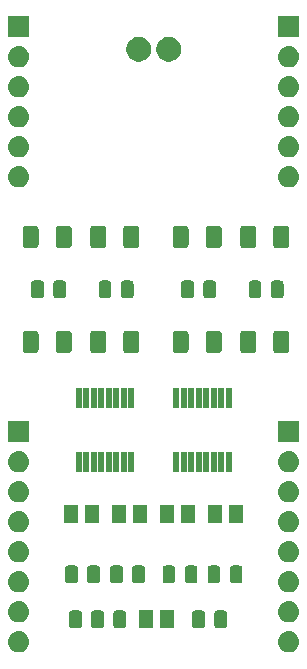
<source format=gbr>
G04 #@! TF.GenerationSoftware,KiCad,Pcbnew,(5.1.2)-2*
G04 #@! TF.CreationDate,2019-12-14T19:53:28+01:00*
G04 #@! TF.ProjectId,IS1212_click,49533132-3132-45f6-936c-69636b2e6b69,rev?*
G04 #@! TF.SameCoordinates,Original*
G04 #@! TF.FileFunction,Soldermask,Top*
G04 #@! TF.FilePolarity,Negative*
%FSLAX46Y46*%
G04 Gerber Fmt 4.6, Leading zero omitted, Abs format (unit mm)*
G04 Created by KiCad (PCBNEW (5.1.2)-2) date 2019-12-14 19:53:28*
%MOMM*%
%LPD*%
G04 APERTURE LIST*
%ADD10C,0.100000*%
G04 APERTURE END LIST*
D10*
G36*
X87806588Y-147702234D02*
G01*
X87806591Y-147702235D01*
X87976388Y-147753742D01*
X88132878Y-147837388D01*
X88270043Y-147949957D01*
X88382612Y-148087122D01*
X88466258Y-148243612D01*
X88511875Y-148393992D01*
X88517766Y-148413412D01*
X88535158Y-148590000D01*
X88517766Y-148766588D01*
X88517765Y-148766591D01*
X88466258Y-148936388D01*
X88382612Y-149092878D01*
X88270043Y-149230043D01*
X88132878Y-149342612D01*
X87976388Y-149426258D01*
X87826008Y-149471875D01*
X87806588Y-149477766D01*
X87674249Y-149490800D01*
X87585751Y-149490800D01*
X87453412Y-149477766D01*
X87433992Y-149471875D01*
X87283612Y-149426258D01*
X87127122Y-149342612D01*
X86989957Y-149230043D01*
X86877388Y-149092878D01*
X86793742Y-148936388D01*
X86742235Y-148766591D01*
X86742234Y-148766588D01*
X86724842Y-148590000D01*
X86742234Y-148413412D01*
X86748125Y-148393992D01*
X86793742Y-148243612D01*
X86877388Y-148087122D01*
X86989957Y-147949957D01*
X87127122Y-147837388D01*
X87283612Y-147753742D01*
X87453409Y-147702235D01*
X87453412Y-147702234D01*
X87585751Y-147689200D01*
X87674249Y-147689200D01*
X87806588Y-147702234D01*
X87806588Y-147702234D01*
G37*
G36*
X64946588Y-147702234D02*
G01*
X64946591Y-147702235D01*
X65116388Y-147753742D01*
X65272878Y-147837388D01*
X65410043Y-147949957D01*
X65522612Y-148087122D01*
X65606258Y-148243612D01*
X65651875Y-148393992D01*
X65657766Y-148413412D01*
X65675158Y-148590000D01*
X65657766Y-148766588D01*
X65657765Y-148766591D01*
X65606258Y-148936388D01*
X65522612Y-149092878D01*
X65410043Y-149230043D01*
X65272878Y-149342612D01*
X65116388Y-149426258D01*
X64966008Y-149471875D01*
X64946588Y-149477766D01*
X64814249Y-149490800D01*
X64725751Y-149490800D01*
X64593412Y-149477766D01*
X64573992Y-149471875D01*
X64423612Y-149426258D01*
X64267122Y-149342612D01*
X64129957Y-149230043D01*
X64017388Y-149092878D01*
X63933742Y-148936388D01*
X63882235Y-148766591D01*
X63882234Y-148766588D01*
X63864842Y-148590000D01*
X63882234Y-148413412D01*
X63888125Y-148393992D01*
X63933742Y-148243612D01*
X64017388Y-148087122D01*
X64129957Y-147949957D01*
X64267122Y-147837388D01*
X64423612Y-147753742D01*
X64593409Y-147702235D01*
X64593412Y-147702234D01*
X64725751Y-147689200D01*
X64814249Y-147689200D01*
X64946588Y-147702234D01*
X64946588Y-147702234D01*
G37*
G36*
X76165800Y-147435800D02*
G01*
X74964200Y-147435800D01*
X74964200Y-145934200D01*
X76165800Y-145934200D01*
X76165800Y-147435800D01*
X76165800Y-147435800D01*
G37*
G36*
X77915800Y-147435800D02*
G01*
X76714200Y-147435800D01*
X76714200Y-145934200D01*
X77915800Y-145934200D01*
X77915800Y-147435800D01*
X77915800Y-147435800D01*
G37*
G36*
X82216860Y-145939249D02*
G01*
X82264941Y-145953833D01*
X82309257Y-145977521D01*
X82348100Y-146009400D01*
X82379979Y-146048243D01*
X82403667Y-146092559D01*
X82418251Y-146140640D01*
X82423300Y-146191901D01*
X82423300Y-147178099D01*
X82418251Y-147229360D01*
X82403667Y-147277441D01*
X82379979Y-147321757D01*
X82348100Y-147360600D01*
X82309257Y-147392479D01*
X82264941Y-147416167D01*
X82216860Y-147430751D01*
X82165599Y-147435800D01*
X81604401Y-147435800D01*
X81553140Y-147430751D01*
X81505059Y-147416167D01*
X81460743Y-147392479D01*
X81421900Y-147360600D01*
X81390021Y-147321757D01*
X81366333Y-147277441D01*
X81351749Y-147229360D01*
X81346700Y-147178099D01*
X81346700Y-146191901D01*
X81351749Y-146140640D01*
X81366333Y-146092559D01*
X81390021Y-146048243D01*
X81421900Y-146009400D01*
X81460743Y-145977521D01*
X81505059Y-145953833D01*
X81553140Y-145939249D01*
X81604401Y-145934200D01*
X82165599Y-145934200D01*
X82216860Y-145939249D01*
X82216860Y-145939249D01*
G37*
G36*
X80341860Y-145939249D02*
G01*
X80389941Y-145953833D01*
X80434257Y-145977521D01*
X80473100Y-146009400D01*
X80504979Y-146048243D01*
X80528667Y-146092559D01*
X80543251Y-146140640D01*
X80548300Y-146191901D01*
X80548300Y-147178099D01*
X80543251Y-147229360D01*
X80528667Y-147277441D01*
X80504979Y-147321757D01*
X80473100Y-147360600D01*
X80434257Y-147392479D01*
X80389941Y-147416167D01*
X80341860Y-147430751D01*
X80290599Y-147435800D01*
X79729401Y-147435800D01*
X79678140Y-147430751D01*
X79630059Y-147416167D01*
X79585743Y-147392479D01*
X79546900Y-147360600D01*
X79515021Y-147321757D01*
X79491333Y-147277441D01*
X79476749Y-147229360D01*
X79471700Y-147178099D01*
X79471700Y-146191901D01*
X79476749Y-146140640D01*
X79491333Y-146092559D01*
X79515021Y-146048243D01*
X79546900Y-146009400D01*
X79585743Y-145977521D01*
X79630059Y-145953833D01*
X79678140Y-145939249D01*
X79729401Y-145934200D01*
X80290599Y-145934200D01*
X80341860Y-145939249D01*
X80341860Y-145939249D01*
G37*
G36*
X73659360Y-145939249D02*
G01*
X73707441Y-145953833D01*
X73751757Y-145977521D01*
X73790600Y-146009400D01*
X73822479Y-146048243D01*
X73846167Y-146092559D01*
X73860751Y-146140640D01*
X73865800Y-146191901D01*
X73865800Y-147178099D01*
X73860751Y-147229360D01*
X73846167Y-147277441D01*
X73822479Y-147321757D01*
X73790600Y-147360600D01*
X73751757Y-147392479D01*
X73707441Y-147416167D01*
X73659360Y-147430751D01*
X73608099Y-147435800D01*
X73046901Y-147435800D01*
X72995640Y-147430751D01*
X72947559Y-147416167D01*
X72903243Y-147392479D01*
X72864400Y-147360600D01*
X72832521Y-147321757D01*
X72808833Y-147277441D01*
X72794249Y-147229360D01*
X72789200Y-147178099D01*
X72789200Y-146191901D01*
X72794249Y-146140640D01*
X72808833Y-146092559D01*
X72832521Y-146048243D01*
X72864400Y-146009400D01*
X72903243Y-145977521D01*
X72947559Y-145953833D01*
X72995640Y-145939249D01*
X73046901Y-145934200D01*
X73608099Y-145934200D01*
X73659360Y-145939249D01*
X73659360Y-145939249D01*
G37*
G36*
X69917460Y-145939249D02*
G01*
X69965541Y-145953833D01*
X70009857Y-145977521D01*
X70048700Y-146009400D01*
X70080579Y-146048243D01*
X70104267Y-146092559D01*
X70118851Y-146140640D01*
X70123900Y-146191901D01*
X70123900Y-147178099D01*
X70118851Y-147229360D01*
X70104267Y-147277441D01*
X70080579Y-147321757D01*
X70048700Y-147360600D01*
X70009857Y-147392479D01*
X69965541Y-147416167D01*
X69917460Y-147430751D01*
X69866199Y-147435800D01*
X69305001Y-147435800D01*
X69253740Y-147430751D01*
X69205659Y-147416167D01*
X69161343Y-147392479D01*
X69122500Y-147360600D01*
X69090621Y-147321757D01*
X69066933Y-147277441D01*
X69052349Y-147229360D01*
X69047300Y-147178099D01*
X69047300Y-146191901D01*
X69052349Y-146140640D01*
X69066933Y-146092559D01*
X69090621Y-146048243D01*
X69122500Y-146009400D01*
X69161343Y-145977521D01*
X69205659Y-145953833D01*
X69253740Y-145939249D01*
X69305001Y-145934200D01*
X69866199Y-145934200D01*
X69917460Y-145939249D01*
X69917460Y-145939249D01*
G37*
G36*
X71784360Y-145939249D02*
G01*
X71832441Y-145953833D01*
X71876757Y-145977521D01*
X71915600Y-146009400D01*
X71947479Y-146048243D01*
X71971167Y-146092559D01*
X71985751Y-146140640D01*
X71990800Y-146191901D01*
X71990800Y-147178099D01*
X71985751Y-147229360D01*
X71971167Y-147277441D01*
X71947479Y-147321757D01*
X71915600Y-147360600D01*
X71876757Y-147392479D01*
X71832441Y-147416167D01*
X71784360Y-147430751D01*
X71733099Y-147435800D01*
X71171901Y-147435800D01*
X71120640Y-147430751D01*
X71072559Y-147416167D01*
X71028243Y-147392479D01*
X70989400Y-147360600D01*
X70957521Y-147321757D01*
X70933833Y-147277441D01*
X70919249Y-147229360D01*
X70914200Y-147178099D01*
X70914200Y-146191901D01*
X70919249Y-146140640D01*
X70933833Y-146092559D01*
X70957521Y-146048243D01*
X70989400Y-146009400D01*
X71028243Y-145977521D01*
X71072559Y-145953833D01*
X71120640Y-145939249D01*
X71171901Y-145934200D01*
X71733099Y-145934200D01*
X71784360Y-145939249D01*
X71784360Y-145939249D01*
G37*
G36*
X87806588Y-145162234D02*
G01*
X87806591Y-145162235D01*
X87976388Y-145213742D01*
X88132878Y-145297388D01*
X88270043Y-145409957D01*
X88382612Y-145547122D01*
X88466258Y-145703612D01*
X88511875Y-145853992D01*
X88517766Y-145873412D01*
X88535158Y-146050000D01*
X88517766Y-146226588D01*
X88517765Y-146226591D01*
X88466258Y-146396388D01*
X88382612Y-146552878D01*
X88270043Y-146690043D01*
X88132878Y-146802612D01*
X87976388Y-146886258D01*
X87826008Y-146931875D01*
X87806588Y-146937766D01*
X87674249Y-146950800D01*
X87585751Y-146950800D01*
X87453412Y-146937766D01*
X87433992Y-146931875D01*
X87283612Y-146886258D01*
X87127122Y-146802612D01*
X86989957Y-146690043D01*
X86877388Y-146552878D01*
X86793742Y-146396388D01*
X86742235Y-146226591D01*
X86742234Y-146226588D01*
X86724842Y-146050000D01*
X86742234Y-145873412D01*
X86748125Y-145853992D01*
X86793742Y-145703612D01*
X86877388Y-145547122D01*
X86989957Y-145409957D01*
X87127122Y-145297388D01*
X87283612Y-145213742D01*
X87453409Y-145162235D01*
X87453412Y-145162234D01*
X87585751Y-145149200D01*
X87674249Y-145149200D01*
X87806588Y-145162234D01*
X87806588Y-145162234D01*
G37*
G36*
X64946588Y-145162234D02*
G01*
X64946591Y-145162235D01*
X65116388Y-145213742D01*
X65272878Y-145297388D01*
X65410043Y-145409957D01*
X65522612Y-145547122D01*
X65606258Y-145703612D01*
X65651875Y-145853992D01*
X65657766Y-145873412D01*
X65675158Y-146050000D01*
X65657766Y-146226588D01*
X65657765Y-146226591D01*
X65606258Y-146396388D01*
X65522612Y-146552878D01*
X65410043Y-146690043D01*
X65272878Y-146802612D01*
X65116388Y-146886258D01*
X64966008Y-146931875D01*
X64946588Y-146937766D01*
X64814249Y-146950800D01*
X64725751Y-146950800D01*
X64593412Y-146937766D01*
X64573992Y-146931875D01*
X64423612Y-146886258D01*
X64267122Y-146802612D01*
X64129957Y-146690043D01*
X64017388Y-146552878D01*
X63933742Y-146396388D01*
X63882235Y-146226591D01*
X63882234Y-146226588D01*
X63864842Y-146050000D01*
X63882234Y-145873412D01*
X63888125Y-145853992D01*
X63933742Y-145703612D01*
X64017388Y-145547122D01*
X64129957Y-145409957D01*
X64267122Y-145297388D01*
X64423612Y-145213742D01*
X64593409Y-145162235D01*
X64593412Y-145162234D01*
X64725751Y-145149200D01*
X64814249Y-145149200D01*
X64946588Y-145162234D01*
X64946588Y-145162234D01*
G37*
G36*
X64946588Y-142622234D02*
G01*
X64946591Y-142622235D01*
X65116388Y-142673742D01*
X65272878Y-142757388D01*
X65410043Y-142869957D01*
X65522612Y-143007122D01*
X65606258Y-143163612D01*
X65651875Y-143313992D01*
X65657766Y-143333412D01*
X65675158Y-143510000D01*
X65657766Y-143686588D01*
X65657765Y-143686591D01*
X65606258Y-143856388D01*
X65522612Y-144012878D01*
X65410043Y-144150043D01*
X65272878Y-144262612D01*
X65116388Y-144346258D01*
X64966008Y-144391875D01*
X64946588Y-144397766D01*
X64814249Y-144410800D01*
X64725751Y-144410800D01*
X64593412Y-144397766D01*
X64573992Y-144391875D01*
X64423612Y-144346258D01*
X64267122Y-144262612D01*
X64129957Y-144150043D01*
X64017388Y-144012878D01*
X63933742Y-143856388D01*
X63882235Y-143686591D01*
X63882234Y-143686588D01*
X63864842Y-143510000D01*
X63882234Y-143333412D01*
X63888125Y-143313992D01*
X63933742Y-143163612D01*
X64017388Y-143007122D01*
X64129957Y-142869957D01*
X64267122Y-142757388D01*
X64423612Y-142673742D01*
X64593409Y-142622235D01*
X64593412Y-142622234D01*
X64725751Y-142609200D01*
X64814249Y-142609200D01*
X64946588Y-142622234D01*
X64946588Y-142622234D01*
G37*
G36*
X87806588Y-142622234D02*
G01*
X87806591Y-142622235D01*
X87976388Y-142673742D01*
X88132878Y-142757388D01*
X88270043Y-142869957D01*
X88382612Y-143007122D01*
X88466258Y-143163612D01*
X88511875Y-143313992D01*
X88517766Y-143333412D01*
X88535158Y-143510000D01*
X88517766Y-143686588D01*
X88517765Y-143686591D01*
X88466258Y-143856388D01*
X88382612Y-144012878D01*
X88270043Y-144150043D01*
X88132878Y-144262612D01*
X87976388Y-144346258D01*
X87826008Y-144391875D01*
X87806588Y-144397766D01*
X87674249Y-144410800D01*
X87585751Y-144410800D01*
X87453412Y-144397766D01*
X87433992Y-144391875D01*
X87283612Y-144346258D01*
X87127122Y-144262612D01*
X86989957Y-144150043D01*
X86877388Y-144012878D01*
X86793742Y-143856388D01*
X86742235Y-143686591D01*
X86742234Y-143686588D01*
X86724842Y-143510000D01*
X86742234Y-143333412D01*
X86748125Y-143313992D01*
X86793742Y-143163612D01*
X86877388Y-143007122D01*
X86989957Y-142869957D01*
X87127122Y-142757388D01*
X87283612Y-142673742D01*
X87453409Y-142622235D01*
X87453412Y-142622234D01*
X87585751Y-142609200D01*
X87674249Y-142609200D01*
X87806588Y-142622234D01*
X87806588Y-142622234D01*
G37*
G36*
X79706860Y-142129249D02*
G01*
X79754941Y-142143833D01*
X79799257Y-142167521D01*
X79838100Y-142199400D01*
X79869979Y-142238243D01*
X79893667Y-142282559D01*
X79908251Y-142330640D01*
X79913300Y-142381901D01*
X79913300Y-143368099D01*
X79908251Y-143419360D01*
X79893667Y-143467441D01*
X79869979Y-143511757D01*
X79838100Y-143550600D01*
X79799257Y-143582479D01*
X79754941Y-143606167D01*
X79706860Y-143620751D01*
X79655599Y-143625800D01*
X79094401Y-143625800D01*
X79043140Y-143620751D01*
X78995059Y-143606167D01*
X78950743Y-143582479D01*
X78911900Y-143550600D01*
X78880021Y-143511757D01*
X78856333Y-143467441D01*
X78841749Y-143419360D01*
X78836700Y-143368099D01*
X78836700Y-142381901D01*
X78841749Y-142330640D01*
X78856333Y-142282559D01*
X78880021Y-142238243D01*
X78911900Y-142199400D01*
X78950743Y-142167521D01*
X78995059Y-142143833D01*
X79043140Y-142129249D01*
X79094401Y-142124200D01*
X79655599Y-142124200D01*
X79706860Y-142129249D01*
X79706860Y-142129249D01*
G37*
G36*
X83516860Y-142129249D02*
G01*
X83564941Y-142143833D01*
X83609257Y-142167521D01*
X83648100Y-142199400D01*
X83679979Y-142238243D01*
X83703667Y-142282559D01*
X83718251Y-142330640D01*
X83723300Y-142381901D01*
X83723300Y-143368099D01*
X83718251Y-143419360D01*
X83703667Y-143467441D01*
X83679979Y-143511757D01*
X83648100Y-143550600D01*
X83609257Y-143582479D01*
X83564941Y-143606167D01*
X83516860Y-143620751D01*
X83465599Y-143625800D01*
X82904401Y-143625800D01*
X82853140Y-143620751D01*
X82805059Y-143606167D01*
X82760743Y-143582479D01*
X82721900Y-143550600D01*
X82690021Y-143511757D01*
X82666333Y-143467441D01*
X82651749Y-143419360D01*
X82646700Y-143368099D01*
X82646700Y-142381901D01*
X82651749Y-142330640D01*
X82666333Y-142282559D01*
X82690021Y-142238243D01*
X82721900Y-142199400D01*
X82760743Y-142167521D01*
X82805059Y-142143833D01*
X82853140Y-142129249D01*
X82904401Y-142124200D01*
X83465599Y-142124200D01*
X83516860Y-142129249D01*
X83516860Y-142129249D01*
G37*
G36*
X81641860Y-142129249D02*
G01*
X81689941Y-142143833D01*
X81734257Y-142167521D01*
X81773100Y-142199400D01*
X81804979Y-142238243D01*
X81828667Y-142282559D01*
X81843251Y-142330640D01*
X81848300Y-142381901D01*
X81848300Y-143368099D01*
X81843251Y-143419360D01*
X81828667Y-143467441D01*
X81804979Y-143511757D01*
X81773100Y-143550600D01*
X81734257Y-143582479D01*
X81689941Y-143606167D01*
X81641860Y-143620751D01*
X81590599Y-143625800D01*
X81029401Y-143625800D01*
X80978140Y-143620751D01*
X80930059Y-143606167D01*
X80885743Y-143582479D01*
X80846900Y-143550600D01*
X80815021Y-143511757D01*
X80791333Y-143467441D01*
X80776749Y-143419360D01*
X80771700Y-143368099D01*
X80771700Y-142381901D01*
X80776749Y-142330640D01*
X80791333Y-142282559D01*
X80815021Y-142238243D01*
X80846900Y-142199400D01*
X80885743Y-142167521D01*
X80930059Y-142143833D01*
X80978140Y-142129249D01*
X81029401Y-142124200D01*
X81590599Y-142124200D01*
X81641860Y-142129249D01*
X81641860Y-142129249D01*
G37*
G36*
X77831860Y-142129249D02*
G01*
X77879941Y-142143833D01*
X77924257Y-142167521D01*
X77963100Y-142199400D01*
X77994979Y-142238243D01*
X78018667Y-142282559D01*
X78033251Y-142330640D01*
X78038300Y-142381901D01*
X78038300Y-143368099D01*
X78033251Y-143419360D01*
X78018667Y-143467441D01*
X77994979Y-143511757D01*
X77963100Y-143550600D01*
X77924257Y-143582479D01*
X77879941Y-143606167D01*
X77831860Y-143620751D01*
X77780599Y-143625800D01*
X77219401Y-143625800D01*
X77168140Y-143620751D01*
X77120059Y-143606167D01*
X77075743Y-143582479D01*
X77036900Y-143550600D01*
X77005021Y-143511757D01*
X76981333Y-143467441D01*
X76966749Y-143419360D01*
X76961700Y-143368099D01*
X76961700Y-142381901D01*
X76966749Y-142330640D01*
X76981333Y-142282559D01*
X77005021Y-142238243D01*
X77036900Y-142199400D01*
X77075743Y-142167521D01*
X77120059Y-142143833D01*
X77168140Y-142129249D01*
X77219401Y-142124200D01*
X77780599Y-142124200D01*
X77831860Y-142129249D01*
X77831860Y-142129249D01*
G37*
G36*
X75261860Y-142129249D02*
G01*
X75309941Y-142143833D01*
X75354257Y-142167521D01*
X75393100Y-142199400D01*
X75424979Y-142238243D01*
X75448667Y-142282559D01*
X75463251Y-142330640D01*
X75468300Y-142381901D01*
X75468300Y-143368099D01*
X75463251Y-143419360D01*
X75448667Y-143467441D01*
X75424979Y-143511757D01*
X75393100Y-143550600D01*
X75354257Y-143582479D01*
X75309941Y-143606167D01*
X75261860Y-143620751D01*
X75210599Y-143625800D01*
X74649401Y-143625800D01*
X74598140Y-143620751D01*
X74550059Y-143606167D01*
X74505743Y-143582479D01*
X74466900Y-143550600D01*
X74435021Y-143511757D01*
X74411333Y-143467441D01*
X74396749Y-143419360D01*
X74391700Y-143368099D01*
X74391700Y-142381901D01*
X74396749Y-142330640D01*
X74411333Y-142282559D01*
X74435021Y-142238243D01*
X74466900Y-142199400D01*
X74505743Y-142167521D01*
X74550059Y-142143833D01*
X74598140Y-142129249D01*
X74649401Y-142124200D01*
X75210599Y-142124200D01*
X75261860Y-142129249D01*
X75261860Y-142129249D01*
G37*
G36*
X71451860Y-142129249D02*
G01*
X71499941Y-142143833D01*
X71544257Y-142167521D01*
X71583100Y-142199400D01*
X71614979Y-142238243D01*
X71638667Y-142282559D01*
X71653251Y-142330640D01*
X71658300Y-142381901D01*
X71658300Y-143368099D01*
X71653251Y-143419360D01*
X71638667Y-143467441D01*
X71614979Y-143511757D01*
X71583100Y-143550600D01*
X71544257Y-143582479D01*
X71499941Y-143606167D01*
X71451860Y-143620751D01*
X71400599Y-143625800D01*
X70839401Y-143625800D01*
X70788140Y-143620751D01*
X70740059Y-143606167D01*
X70695743Y-143582479D01*
X70656900Y-143550600D01*
X70625021Y-143511757D01*
X70601333Y-143467441D01*
X70586749Y-143419360D01*
X70581700Y-143368099D01*
X70581700Y-142381901D01*
X70586749Y-142330640D01*
X70601333Y-142282559D01*
X70625021Y-142238243D01*
X70656900Y-142199400D01*
X70695743Y-142167521D01*
X70740059Y-142143833D01*
X70788140Y-142129249D01*
X70839401Y-142124200D01*
X71400599Y-142124200D01*
X71451860Y-142129249D01*
X71451860Y-142129249D01*
G37*
G36*
X69576860Y-142129249D02*
G01*
X69624941Y-142143833D01*
X69669257Y-142167521D01*
X69708100Y-142199400D01*
X69739979Y-142238243D01*
X69763667Y-142282559D01*
X69778251Y-142330640D01*
X69783300Y-142381901D01*
X69783300Y-143368099D01*
X69778251Y-143419360D01*
X69763667Y-143467441D01*
X69739979Y-143511757D01*
X69708100Y-143550600D01*
X69669257Y-143582479D01*
X69624941Y-143606167D01*
X69576860Y-143620751D01*
X69525599Y-143625800D01*
X68964401Y-143625800D01*
X68913140Y-143620751D01*
X68865059Y-143606167D01*
X68820743Y-143582479D01*
X68781900Y-143550600D01*
X68750021Y-143511757D01*
X68726333Y-143467441D01*
X68711749Y-143419360D01*
X68706700Y-143368099D01*
X68706700Y-142381901D01*
X68711749Y-142330640D01*
X68726333Y-142282559D01*
X68750021Y-142238243D01*
X68781900Y-142199400D01*
X68820743Y-142167521D01*
X68865059Y-142143833D01*
X68913140Y-142129249D01*
X68964401Y-142124200D01*
X69525599Y-142124200D01*
X69576860Y-142129249D01*
X69576860Y-142129249D01*
G37*
G36*
X73386860Y-142129249D02*
G01*
X73434941Y-142143833D01*
X73479257Y-142167521D01*
X73518100Y-142199400D01*
X73549979Y-142238243D01*
X73573667Y-142282559D01*
X73588251Y-142330640D01*
X73593300Y-142381901D01*
X73593300Y-143368099D01*
X73588251Y-143419360D01*
X73573667Y-143467441D01*
X73549979Y-143511757D01*
X73518100Y-143550600D01*
X73479257Y-143582479D01*
X73434941Y-143606167D01*
X73386860Y-143620751D01*
X73335599Y-143625800D01*
X72774401Y-143625800D01*
X72723140Y-143620751D01*
X72675059Y-143606167D01*
X72630743Y-143582479D01*
X72591900Y-143550600D01*
X72560021Y-143511757D01*
X72536333Y-143467441D01*
X72521749Y-143419360D01*
X72516700Y-143368099D01*
X72516700Y-142381901D01*
X72521749Y-142330640D01*
X72536333Y-142282559D01*
X72560021Y-142238243D01*
X72591900Y-142199400D01*
X72630743Y-142167521D01*
X72675059Y-142143833D01*
X72723140Y-142129249D01*
X72774401Y-142124200D01*
X73335599Y-142124200D01*
X73386860Y-142129249D01*
X73386860Y-142129249D01*
G37*
G36*
X87806588Y-140082234D02*
G01*
X87806591Y-140082235D01*
X87976388Y-140133742D01*
X88132878Y-140217388D01*
X88270043Y-140329957D01*
X88382612Y-140467122D01*
X88466258Y-140623612D01*
X88511875Y-140773992D01*
X88517766Y-140793412D01*
X88535158Y-140970000D01*
X88517766Y-141146588D01*
X88517765Y-141146591D01*
X88466258Y-141316388D01*
X88382612Y-141472878D01*
X88270043Y-141610043D01*
X88132878Y-141722612D01*
X87976388Y-141806258D01*
X87826008Y-141851875D01*
X87806588Y-141857766D01*
X87674249Y-141870800D01*
X87585751Y-141870800D01*
X87453412Y-141857766D01*
X87433992Y-141851875D01*
X87283612Y-141806258D01*
X87127122Y-141722612D01*
X86989957Y-141610043D01*
X86877388Y-141472878D01*
X86793742Y-141316388D01*
X86742235Y-141146591D01*
X86742234Y-141146588D01*
X86724842Y-140970000D01*
X86742234Y-140793412D01*
X86748125Y-140773992D01*
X86793742Y-140623612D01*
X86877388Y-140467122D01*
X86989957Y-140329957D01*
X87127122Y-140217388D01*
X87283612Y-140133742D01*
X87453409Y-140082235D01*
X87453412Y-140082234D01*
X87585751Y-140069200D01*
X87674249Y-140069200D01*
X87806588Y-140082234D01*
X87806588Y-140082234D01*
G37*
G36*
X64946588Y-140082234D02*
G01*
X64946591Y-140082235D01*
X65116388Y-140133742D01*
X65272878Y-140217388D01*
X65410043Y-140329957D01*
X65522612Y-140467122D01*
X65606258Y-140623612D01*
X65651875Y-140773992D01*
X65657766Y-140793412D01*
X65675158Y-140970000D01*
X65657766Y-141146588D01*
X65657765Y-141146591D01*
X65606258Y-141316388D01*
X65522612Y-141472878D01*
X65410043Y-141610043D01*
X65272878Y-141722612D01*
X65116388Y-141806258D01*
X64966008Y-141851875D01*
X64946588Y-141857766D01*
X64814249Y-141870800D01*
X64725751Y-141870800D01*
X64593412Y-141857766D01*
X64573992Y-141851875D01*
X64423612Y-141806258D01*
X64267122Y-141722612D01*
X64129957Y-141610043D01*
X64017388Y-141472878D01*
X63933742Y-141316388D01*
X63882235Y-141146591D01*
X63882234Y-141146588D01*
X63864842Y-140970000D01*
X63882234Y-140793412D01*
X63888125Y-140773992D01*
X63933742Y-140623612D01*
X64017388Y-140467122D01*
X64129957Y-140329957D01*
X64267122Y-140217388D01*
X64423612Y-140133742D01*
X64593409Y-140082235D01*
X64593412Y-140082234D01*
X64725751Y-140069200D01*
X64814249Y-140069200D01*
X64946588Y-140082234D01*
X64946588Y-140082234D01*
G37*
G36*
X64946588Y-137542234D02*
G01*
X64946591Y-137542235D01*
X65116388Y-137593742D01*
X65272878Y-137677388D01*
X65410043Y-137789957D01*
X65522612Y-137927122D01*
X65606258Y-138083612D01*
X65651875Y-138233992D01*
X65657766Y-138253412D01*
X65675158Y-138430000D01*
X65657766Y-138606588D01*
X65657765Y-138606591D01*
X65606258Y-138776388D01*
X65522612Y-138932878D01*
X65410043Y-139070043D01*
X65272878Y-139182612D01*
X65116388Y-139266258D01*
X64966008Y-139311875D01*
X64946588Y-139317766D01*
X64814249Y-139330800D01*
X64725751Y-139330800D01*
X64593412Y-139317766D01*
X64573992Y-139311875D01*
X64423612Y-139266258D01*
X64267122Y-139182612D01*
X64129957Y-139070043D01*
X64017388Y-138932878D01*
X63933742Y-138776388D01*
X63882235Y-138606591D01*
X63882234Y-138606588D01*
X63864842Y-138430000D01*
X63882234Y-138253412D01*
X63888125Y-138233992D01*
X63933742Y-138083612D01*
X64017388Y-137927122D01*
X64129957Y-137789957D01*
X64267122Y-137677388D01*
X64423612Y-137593742D01*
X64593409Y-137542235D01*
X64593412Y-137542234D01*
X64725751Y-137529200D01*
X64814249Y-137529200D01*
X64946588Y-137542234D01*
X64946588Y-137542234D01*
G37*
G36*
X87806588Y-137542234D02*
G01*
X87806591Y-137542235D01*
X87976388Y-137593742D01*
X88132878Y-137677388D01*
X88270043Y-137789957D01*
X88382612Y-137927122D01*
X88466258Y-138083612D01*
X88511875Y-138233992D01*
X88517766Y-138253412D01*
X88535158Y-138430000D01*
X88517766Y-138606588D01*
X88517765Y-138606591D01*
X88466258Y-138776388D01*
X88382612Y-138932878D01*
X88270043Y-139070043D01*
X88132878Y-139182612D01*
X87976388Y-139266258D01*
X87826008Y-139311875D01*
X87806588Y-139317766D01*
X87674249Y-139330800D01*
X87585751Y-139330800D01*
X87453412Y-139317766D01*
X87433992Y-139311875D01*
X87283612Y-139266258D01*
X87127122Y-139182612D01*
X86989957Y-139070043D01*
X86877388Y-138932878D01*
X86793742Y-138776388D01*
X86742235Y-138606591D01*
X86742234Y-138606588D01*
X86724842Y-138430000D01*
X86742234Y-138253412D01*
X86748125Y-138233992D01*
X86793742Y-138083612D01*
X86877388Y-137927122D01*
X86989957Y-137789957D01*
X87127122Y-137677388D01*
X87283612Y-137593742D01*
X87453409Y-137542235D01*
X87453412Y-137542234D01*
X87585751Y-137529200D01*
X87674249Y-137529200D01*
X87806588Y-137542234D01*
X87806588Y-137542234D01*
G37*
G36*
X71565800Y-138545800D02*
G01*
X70364200Y-138545800D01*
X70364200Y-137044200D01*
X71565800Y-137044200D01*
X71565800Y-138545800D01*
X71565800Y-138545800D01*
G37*
G36*
X69815800Y-138545800D02*
G01*
X68614200Y-138545800D01*
X68614200Y-137044200D01*
X69815800Y-137044200D01*
X69815800Y-138545800D01*
X69815800Y-138545800D01*
G37*
G36*
X82007800Y-138545800D02*
G01*
X80806200Y-138545800D01*
X80806200Y-137044200D01*
X82007800Y-137044200D01*
X82007800Y-138545800D01*
X82007800Y-138545800D01*
G37*
G36*
X79693800Y-138545800D02*
G01*
X78492200Y-138545800D01*
X78492200Y-137044200D01*
X79693800Y-137044200D01*
X79693800Y-138545800D01*
X79693800Y-138545800D01*
G37*
G36*
X77943800Y-138545800D02*
G01*
X76742200Y-138545800D01*
X76742200Y-137044200D01*
X77943800Y-137044200D01*
X77943800Y-138545800D01*
X77943800Y-138545800D01*
G37*
G36*
X75629800Y-138545800D02*
G01*
X74428200Y-138545800D01*
X74428200Y-137044200D01*
X75629800Y-137044200D01*
X75629800Y-138545800D01*
X75629800Y-138545800D01*
G37*
G36*
X73879800Y-138545800D02*
G01*
X72678200Y-138545800D01*
X72678200Y-137044200D01*
X73879800Y-137044200D01*
X73879800Y-138545800D01*
X73879800Y-138545800D01*
G37*
G36*
X83757800Y-138545800D02*
G01*
X82556200Y-138545800D01*
X82556200Y-137044200D01*
X83757800Y-137044200D01*
X83757800Y-138545800D01*
X83757800Y-138545800D01*
G37*
G36*
X64946588Y-135002234D02*
G01*
X64946591Y-135002235D01*
X65116388Y-135053742D01*
X65272878Y-135137388D01*
X65410043Y-135249957D01*
X65522612Y-135387122D01*
X65606258Y-135543612D01*
X65651875Y-135693992D01*
X65657766Y-135713412D01*
X65675158Y-135890000D01*
X65657766Y-136066588D01*
X65657765Y-136066591D01*
X65606258Y-136236388D01*
X65522612Y-136392878D01*
X65410043Y-136530043D01*
X65272878Y-136642612D01*
X65116388Y-136726258D01*
X64966008Y-136771875D01*
X64946588Y-136777766D01*
X64814249Y-136790800D01*
X64725751Y-136790800D01*
X64593412Y-136777766D01*
X64573992Y-136771875D01*
X64423612Y-136726258D01*
X64267122Y-136642612D01*
X64129957Y-136530043D01*
X64017388Y-136392878D01*
X63933742Y-136236388D01*
X63882235Y-136066591D01*
X63882234Y-136066588D01*
X63864842Y-135890000D01*
X63882234Y-135713412D01*
X63888125Y-135693992D01*
X63933742Y-135543612D01*
X64017388Y-135387122D01*
X64129957Y-135249957D01*
X64267122Y-135137388D01*
X64423612Y-135053742D01*
X64593409Y-135002235D01*
X64593412Y-135002234D01*
X64725751Y-134989200D01*
X64814249Y-134989200D01*
X64946588Y-135002234D01*
X64946588Y-135002234D01*
G37*
G36*
X87806588Y-135002234D02*
G01*
X87806591Y-135002235D01*
X87976388Y-135053742D01*
X88132878Y-135137388D01*
X88270043Y-135249957D01*
X88382612Y-135387122D01*
X88466258Y-135543612D01*
X88511875Y-135693992D01*
X88517766Y-135713412D01*
X88535158Y-135890000D01*
X88517766Y-136066588D01*
X88517765Y-136066591D01*
X88466258Y-136236388D01*
X88382612Y-136392878D01*
X88270043Y-136530043D01*
X88132878Y-136642612D01*
X87976388Y-136726258D01*
X87826008Y-136771875D01*
X87806588Y-136777766D01*
X87674249Y-136790800D01*
X87585751Y-136790800D01*
X87453412Y-136777766D01*
X87433992Y-136771875D01*
X87283612Y-136726258D01*
X87127122Y-136642612D01*
X86989957Y-136530043D01*
X86877388Y-136392878D01*
X86793742Y-136236388D01*
X86742235Y-136066591D01*
X86742234Y-136066588D01*
X86724842Y-135890000D01*
X86742234Y-135713412D01*
X86748125Y-135693992D01*
X86793742Y-135543612D01*
X86877388Y-135387122D01*
X86989957Y-135249957D01*
X87127122Y-135137388D01*
X87283612Y-135053742D01*
X87453409Y-135002235D01*
X87453412Y-135002234D01*
X87585751Y-134989200D01*
X87674249Y-134989200D01*
X87806588Y-135002234D01*
X87806588Y-135002234D01*
G37*
G36*
X87806588Y-132462234D02*
G01*
X87806591Y-132462235D01*
X87976388Y-132513742D01*
X88132878Y-132597388D01*
X88270043Y-132709957D01*
X88382612Y-132847122D01*
X88466258Y-133003612D01*
X88511875Y-133153992D01*
X88517766Y-133173412D01*
X88535158Y-133350000D01*
X88517766Y-133526588D01*
X88517765Y-133526591D01*
X88466258Y-133696388D01*
X88382612Y-133852878D01*
X88270043Y-133990043D01*
X88132878Y-134102612D01*
X87976388Y-134186258D01*
X87826008Y-134231875D01*
X87806588Y-134237766D01*
X87674249Y-134250800D01*
X87585751Y-134250800D01*
X87453412Y-134237766D01*
X87433992Y-134231875D01*
X87283612Y-134186258D01*
X87127122Y-134102612D01*
X86989957Y-133990043D01*
X86877388Y-133852878D01*
X86793742Y-133696388D01*
X86742235Y-133526591D01*
X86742234Y-133526588D01*
X86724842Y-133350000D01*
X86742234Y-133173412D01*
X86748125Y-133153992D01*
X86793742Y-133003612D01*
X86877388Y-132847122D01*
X86989957Y-132709957D01*
X87127122Y-132597388D01*
X87283612Y-132513742D01*
X87453409Y-132462235D01*
X87453412Y-132462234D01*
X87585751Y-132449200D01*
X87674249Y-132449200D01*
X87806588Y-132462234D01*
X87806588Y-132462234D01*
G37*
G36*
X64946588Y-132462234D02*
G01*
X64946591Y-132462235D01*
X65116388Y-132513742D01*
X65272878Y-132597388D01*
X65410043Y-132709957D01*
X65522612Y-132847122D01*
X65606258Y-133003612D01*
X65651875Y-133153992D01*
X65657766Y-133173412D01*
X65675158Y-133350000D01*
X65657766Y-133526588D01*
X65657765Y-133526591D01*
X65606258Y-133696388D01*
X65522612Y-133852878D01*
X65410043Y-133990043D01*
X65272878Y-134102612D01*
X65116388Y-134186258D01*
X64966008Y-134231875D01*
X64946588Y-134237766D01*
X64814249Y-134250800D01*
X64725751Y-134250800D01*
X64593412Y-134237766D01*
X64573992Y-134231875D01*
X64423612Y-134186258D01*
X64267122Y-134102612D01*
X64129957Y-133990043D01*
X64017388Y-133852878D01*
X63933742Y-133696388D01*
X63882235Y-133526591D01*
X63882234Y-133526588D01*
X63864842Y-133350000D01*
X63882234Y-133173412D01*
X63888125Y-133153992D01*
X63933742Y-133003612D01*
X64017388Y-132847122D01*
X64129957Y-132709957D01*
X64267122Y-132597388D01*
X64423612Y-132513742D01*
X64593409Y-132462235D01*
X64593412Y-132462234D01*
X64725751Y-132449200D01*
X64814249Y-132449200D01*
X64946588Y-132462234D01*
X64946588Y-132462234D01*
G37*
G36*
X80899000Y-134200900D02*
G01*
X80391000Y-134200900D01*
X80391000Y-132499100D01*
X80899000Y-132499100D01*
X80899000Y-134200900D01*
X80899000Y-134200900D01*
G37*
G36*
X81534000Y-134200900D02*
G01*
X81026000Y-134200900D01*
X81026000Y-132499100D01*
X81534000Y-132499100D01*
X81534000Y-134200900D01*
X81534000Y-134200900D01*
G37*
G36*
X73914000Y-134200900D02*
G01*
X73406000Y-134200900D01*
X73406000Y-132499100D01*
X73914000Y-132499100D01*
X73914000Y-134200900D01*
X73914000Y-134200900D01*
G37*
G36*
X73279000Y-134200900D02*
G01*
X72771000Y-134200900D01*
X72771000Y-132499100D01*
X73279000Y-132499100D01*
X73279000Y-134200900D01*
X73279000Y-134200900D01*
G37*
G36*
X72644000Y-134200900D02*
G01*
X72136000Y-134200900D01*
X72136000Y-132499100D01*
X72644000Y-132499100D01*
X72644000Y-134200900D01*
X72644000Y-134200900D01*
G37*
G36*
X72009000Y-134200900D02*
G01*
X71501000Y-134200900D01*
X71501000Y-132499100D01*
X72009000Y-132499100D01*
X72009000Y-134200900D01*
X72009000Y-134200900D01*
G37*
G36*
X71374000Y-134200900D02*
G01*
X70866000Y-134200900D01*
X70866000Y-132499100D01*
X71374000Y-132499100D01*
X71374000Y-134200900D01*
X71374000Y-134200900D01*
G37*
G36*
X70739000Y-134200900D02*
G01*
X70231000Y-134200900D01*
X70231000Y-132499100D01*
X70739000Y-132499100D01*
X70739000Y-134200900D01*
X70739000Y-134200900D01*
G37*
G36*
X78359000Y-134200900D02*
G01*
X77851000Y-134200900D01*
X77851000Y-132499100D01*
X78359000Y-132499100D01*
X78359000Y-134200900D01*
X78359000Y-134200900D01*
G37*
G36*
X78994000Y-134200900D02*
G01*
X78486000Y-134200900D01*
X78486000Y-132499100D01*
X78994000Y-132499100D01*
X78994000Y-134200900D01*
X78994000Y-134200900D01*
G37*
G36*
X79629000Y-134200900D02*
G01*
X79121000Y-134200900D01*
X79121000Y-132499100D01*
X79629000Y-132499100D01*
X79629000Y-134200900D01*
X79629000Y-134200900D01*
G37*
G36*
X80264000Y-134200900D02*
G01*
X79756000Y-134200900D01*
X79756000Y-132499100D01*
X80264000Y-132499100D01*
X80264000Y-134200900D01*
X80264000Y-134200900D01*
G37*
G36*
X82169000Y-134200900D02*
G01*
X81661000Y-134200900D01*
X81661000Y-132499100D01*
X82169000Y-132499100D01*
X82169000Y-134200900D01*
X82169000Y-134200900D01*
G37*
G36*
X82804000Y-134200900D02*
G01*
X82296000Y-134200900D01*
X82296000Y-132499100D01*
X82804000Y-132499100D01*
X82804000Y-134200900D01*
X82804000Y-134200900D01*
G37*
G36*
X74549000Y-134200900D02*
G01*
X74041000Y-134200900D01*
X74041000Y-132499100D01*
X74549000Y-132499100D01*
X74549000Y-134200900D01*
X74549000Y-134200900D01*
G37*
G36*
X70104000Y-134200900D02*
G01*
X69596000Y-134200900D01*
X69596000Y-132499100D01*
X70104000Y-132499100D01*
X70104000Y-134200900D01*
X70104000Y-134200900D01*
G37*
G36*
X88530800Y-131710800D02*
G01*
X86729200Y-131710800D01*
X86729200Y-129909200D01*
X88530800Y-129909200D01*
X88530800Y-131710800D01*
X88530800Y-131710800D01*
G37*
G36*
X65670800Y-131710800D02*
G01*
X63869200Y-131710800D01*
X63869200Y-129909200D01*
X65670800Y-129909200D01*
X65670800Y-131710800D01*
X65670800Y-131710800D01*
G37*
G36*
X78359000Y-128790700D02*
G01*
X77851000Y-128790700D01*
X77851000Y-127088900D01*
X78359000Y-127088900D01*
X78359000Y-128790700D01*
X78359000Y-128790700D01*
G37*
G36*
X70739000Y-128790700D02*
G01*
X70231000Y-128790700D01*
X70231000Y-127088900D01*
X70739000Y-127088900D01*
X70739000Y-128790700D01*
X70739000Y-128790700D01*
G37*
G36*
X71374000Y-128790700D02*
G01*
X70866000Y-128790700D01*
X70866000Y-127088900D01*
X71374000Y-127088900D01*
X71374000Y-128790700D01*
X71374000Y-128790700D01*
G37*
G36*
X72009000Y-128790700D02*
G01*
X71501000Y-128790700D01*
X71501000Y-127088900D01*
X72009000Y-127088900D01*
X72009000Y-128790700D01*
X72009000Y-128790700D01*
G37*
G36*
X73279000Y-128790700D02*
G01*
X72771000Y-128790700D01*
X72771000Y-127088900D01*
X73279000Y-127088900D01*
X73279000Y-128790700D01*
X73279000Y-128790700D01*
G37*
G36*
X73914000Y-128790700D02*
G01*
X73406000Y-128790700D01*
X73406000Y-127088900D01*
X73914000Y-127088900D01*
X73914000Y-128790700D01*
X73914000Y-128790700D01*
G37*
G36*
X74549000Y-128790700D02*
G01*
X74041000Y-128790700D01*
X74041000Y-127088900D01*
X74549000Y-127088900D01*
X74549000Y-128790700D01*
X74549000Y-128790700D01*
G37*
G36*
X72644000Y-128790700D02*
G01*
X72136000Y-128790700D01*
X72136000Y-127088900D01*
X72644000Y-127088900D01*
X72644000Y-128790700D01*
X72644000Y-128790700D01*
G37*
G36*
X82804000Y-128790700D02*
G01*
X82296000Y-128790700D01*
X82296000Y-127088900D01*
X82804000Y-127088900D01*
X82804000Y-128790700D01*
X82804000Y-128790700D01*
G37*
G36*
X82169000Y-128790700D02*
G01*
X81661000Y-128790700D01*
X81661000Y-127088900D01*
X82169000Y-127088900D01*
X82169000Y-128790700D01*
X82169000Y-128790700D01*
G37*
G36*
X81534000Y-128790700D02*
G01*
X81026000Y-128790700D01*
X81026000Y-127088900D01*
X81534000Y-127088900D01*
X81534000Y-128790700D01*
X81534000Y-128790700D01*
G37*
G36*
X80899000Y-128790700D02*
G01*
X80391000Y-128790700D01*
X80391000Y-127088900D01*
X80899000Y-127088900D01*
X80899000Y-128790700D01*
X80899000Y-128790700D01*
G37*
G36*
X79629000Y-128790700D02*
G01*
X79121000Y-128790700D01*
X79121000Y-127088900D01*
X79629000Y-127088900D01*
X79629000Y-128790700D01*
X79629000Y-128790700D01*
G37*
G36*
X78994000Y-128790700D02*
G01*
X78486000Y-128790700D01*
X78486000Y-127088900D01*
X78994000Y-127088900D01*
X78994000Y-128790700D01*
X78994000Y-128790700D01*
G37*
G36*
X80264000Y-128790700D02*
G01*
X79756000Y-128790700D01*
X79756000Y-127088900D01*
X80264000Y-127088900D01*
X80264000Y-128790700D01*
X80264000Y-128790700D01*
G37*
G36*
X70104000Y-128790700D02*
G01*
X69596000Y-128790700D01*
X69596000Y-127088900D01*
X70104000Y-127088900D01*
X70104000Y-128790700D01*
X70104000Y-128790700D01*
G37*
G36*
X78950463Y-122269222D02*
G01*
X78998286Y-122283729D01*
X79042366Y-122307290D01*
X79081002Y-122338998D01*
X79112710Y-122377634D01*
X79136271Y-122421714D01*
X79150778Y-122469537D01*
X79155800Y-122520530D01*
X79155800Y-123859470D01*
X79150778Y-123910463D01*
X79136271Y-123958286D01*
X79112710Y-124002366D01*
X79081002Y-124041002D01*
X79042366Y-124072710D01*
X78998286Y-124096271D01*
X78950463Y-124110778D01*
X78899470Y-124115800D01*
X78060530Y-124115800D01*
X78009537Y-124110778D01*
X77961714Y-124096271D01*
X77917634Y-124072710D01*
X77878998Y-124041002D01*
X77847290Y-124002366D01*
X77823729Y-123958286D01*
X77809222Y-123910463D01*
X77804200Y-123859470D01*
X77804200Y-122520530D01*
X77809222Y-122469537D01*
X77823729Y-122421714D01*
X77847290Y-122377634D01*
X77878998Y-122338998D01*
X77917634Y-122307290D01*
X77961714Y-122283729D01*
X78009537Y-122269222D01*
X78060530Y-122264200D01*
X78899470Y-122264200D01*
X78950463Y-122269222D01*
X78950463Y-122269222D01*
G37*
G36*
X69050463Y-122269222D02*
G01*
X69098286Y-122283729D01*
X69142366Y-122307290D01*
X69181002Y-122338998D01*
X69212710Y-122377634D01*
X69236271Y-122421714D01*
X69250778Y-122469537D01*
X69255800Y-122520530D01*
X69255800Y-123859470D01*
X69250778Y-123910463D01*
X69236271Y-123958286D01*
X69212710Y-124002366D01*
X69181002Y-124041002D01*
X69142366Y-124072710D01*
X69098286Y-124096271D01*
X69050463Y-124110778D01*
X68999470Y-124115800D01*
X68160530Y-124115800D01*
X68109537Y-124110778D01*
X68061714Y-124096271D01*
X68017634Y-124072710D01*
X67978998Y-124041002D01*
X67947290Y-124002366D01*
X67923729Y-123958286D01*
X67909222Y-123910463D01*
X67904200Y-123859470D01*
X67904200Y-122520530D01*
X67909222Y-122469537D01*
X67923729Y-122421714D01*
X67947290Y-122377634D01*
X67978998Y-122338998D01*
X68017634Y-122307290D01*
X68061714Y-122283729D01*
X68109537Y-122269222D01*
X68160530Y-122264200D01*
X68999470Y-122264200D01*
X69050463Y-122269222D01*
X69050463Y-122269222D01*
G37*
G36*
X74765463Y-122269222D02*
G01*
X74813286Y-122283729D01*
X74857366Y-122307290D01*
X74896002Y-122338998D01*
X74927710Y-122377634D01*
X74951271Y-122421714D01*
X74965778Y-122469537D01*
X74970800Y-122520530D01*
X74970800Y-123859470D01*
X74965778Y-123910463D01*
X74951271Y-123958286D01*
X74927710Y-124002366D01*
X74896002Y-124041002D01*
X74857366Y-124072710D01*
X74813286Y-124096271D01*
X74765463Y-124110778D01*
X74714470Y-124115800D01*
X73875530Y-124115800D01*
X73824537Y-124110778D01*
X73776714Y-124096271D01*
X73732634Y-124072710D01*
X73693998Y-124041002D01*
X73662290Y-124002366D01*
X73638729Y-123958286D01*
X73624222Y-123910463D01*
X73619200Y-123859470D01*
X73619200Y-122520530D01*
X73624222Y-122469537D01*
X73638729Y-122421714D01*
X73662290Y-122377634D01*
X73693998Y-122338998D01*
X73732634Y-122307290D01*
X73776714Y-122283729D01*
X73824537Y-122269222D01*
X73875530Y-122264200D01*
X74714470Y-122264200D01*
X74765463Y-122269222D01*
X74765463Y-122269222D01*
G37*
G36*
X71965463Y-122269222D02*
G01*
X72013286Y-122283729D01*
X72057366Y-122307290D01*
X72096002Y-122338998D01*
X72127710Y-122377634D01*
X72151271Y-122421714D01*
X72165778Y-122469537D01*
X72170800Y-122520530D01*
X72170800Y-123859470D01*
X72165778Y-123910463D01*
X72151271Y-123958286D01*
X72127710Y-124002366D01*
X72096002Y-124041002D01*
X72057366Y-124072710D01*
X72013286Y-124096271D01*
X71965463Y-124110778D01*
X71914470Y-124115800D01*
X71075530Y-124115800D01*
X71024537Y-124110778D01*
X70976714Y-124096271D01*
X70932634Y-124072710D01*
X70893998Y-124041002D01*
X70862290Y-124002366D01*
X70838729Y-123958286D01*
X70824222Y-123910463D01*
X70819200Y-123859470D01*
X70819200Y-122520530D01*
X70824222Y-122469537D01*
X70838729Y-122421714D01*
X70862290Y-122377634D01*
X70893998Y-122338998D01*
X70932634Y-122307290D01*
X70976714Y-122283729D01*
X71024537Y-122269222D01*
X71075530Y-122264200D01*
X71914470Y-122264200D01*
X71965463Y-122269222D01*
X71965463Y-122269222D01*
G37*
G36*
X84665463Y-122269222D02*
G01*
X84713286Y-122283729D01*
X84757366Y-122307290D01*
X84796002Y-122338998D01*
X84827710Y-122377634D01*
X84851271Y-122421714D01*
X84865778Y-122469537D01*
X84870800Y-122520530D01*
X84870800Y-123859470D01*
X84865778Y-123910463D01*
X84851271Y-123958286D01*
X84827710Y-124002366D01*
X84796002Y-124041002D01*
X84757366Y-124072710D01*
X84713286Y-124096271D01*
X84665463Y-124110778D01*
X84614470Y-124115800D01*
X83775530Y-124115800D01*
X83724537Y-124110778D01*
X83676714Y-124096271D01*
X83632634Y-124072710D01*
X83593998Y-124041002D01*
X83562290Y-124002366D01*
X83538729Y-123958286D01*
X83524222Y-123910463D01*
X83519200Y-123859470D01*
X83519200Y-122520530D01*
X83524222Y-122469537D01*
X83538729Y-122421714D01*
X83562290Y-122377634D01*
X83593998Y-122338998D01*
X83632634Y-122307290D01*
X83676714Y-122283729D01*
X83724537Y-122269222D01*
X83775530Y-122264200D01*
X84614470Y-122264200D01*
X84665463Y-122269222D01*
X84665463Y-122269222D01*
G37*
G36*
X87465463Y-122269222D02*
G01*
X87513286Y-122283729D01*
X87557366Y-122307290D01*
X87596002Y-122338998D01*
X87627710Y-122377634D01*
X87651271Y-122421714D01*
X87665778Y-122469537D01*
X87670800Y-122520530D01*
X87670800Y-123859470D01*
X87665778Y-123910463D01*
X87651271Y-123958286D01*
X87627710Y-124002366D01*
X87596002Y-124041002D01*
X87557366Y-124072710D01*
X87513286Y-124096271D01*
X87465463Y-124110778D01*
X87414470Y-124115800D01*
X86575530Y-124115800D01*
X86524537Y-124110778D01*
X86476714Y-124096271D01*
X86432634Y-124072710D01*
X86393998Y-124041002D01*
X86362290Y-124002366D01*
X86338729Y-123958286D01*
X86324222Y-123910463D01*
X86319200Y-123859470D01*
X86319200Y-122520530D01*
X86324222Y-122469537D01*
X86338729Y-122421714D01*
X86362290Y-122377634D01*
X86393998Y-122338998D01*
X86432634Y-122307290D01*
X86476714Y-122283729D01*
X86524537Y-122269222D01*
X86575530Y-122264200D01*
X87414470Y-122264200D01*
X87465463Y-122269222D01*
X87465463Y-122269222D01*
G37*
G36*
X81750463Y-122269222D02*
G01*
X81798286Y-122283729D01*
X81842366Y-122307290D01*
X81881002Y-122338998D01*
X81912710Y-122377634D01*
X81936271Y-122421714D01*
X81950778Y-122469537D01*
X81955800Y-122520530D01*
X81955800Y-123859470D01*
X81950778Y-123910463D01*
X81936271Y-123958286D01*
X81912710Y-124002366D01*
X81881002Y-124041002D01*
X81842366Y-124072710D01*
X81798286Y-124096271D01*
X81750463Y-124110778D01*
X81699470Y-124115800D01*
X80860530Y-124115800D01*
X80809537Y-124110778D01*
X80761714Y-124096271D01*
X80717634Y-124072710D01*
X80678998Y-124041002D01*
X80647290Y-124002366D01*
X80623729Y-123958286D01*
X80609222Y-123910463D01*
X80604200Y-123859470D01*
X80604200Y-122520530D01*
X80609222Y-122469537D01*
X80623729Y-122421714D01*
X80647290Y-122377634D01*
X80678998Y-122338998D01*
X80717634Y-122307290D01*
X80761714Y-122283729D01*
X80809537Y-122269222D01*
X80860530Y-122264200D01*
X81699470Y-122264200D01*
X81750463Y-122269222D01*
X81750463Y-122269222D01*
G37*
G36*
X66250463Y-122269222D02*
G01*
X66298286Y-122283729D01*
X66342366Y-122307290D01*
X66381002Y-122338998D01*
X66412710Y-122377634D01*
X66436271Y-122421714D01*
X66450778Y-122469537D01*
X66455800Y-122520530D01*
X66455800Y-123859470D01*
X66450778Y-123910463D01*
X66436271Y-123958286D01*
X66412710Y-124002366D01*
X66381002Y-124041002D01*
X66342366Y-124072710D01*
X66298286Y-124096271D01*
X66250463Y-124110778D01*
X66199470Y-124115800D01*
X65360530Y-124115800D01*
X65309537Y-124110778D01*
X65261714Y-124096271D01*
X65217634Y-124072710D01*
X65178998Y-124041002D01*
X65147290Y-124002366D01*
X65123729Y-123958286D01*
X65109222Y-123910463D01*
X65104200Y-123859470D01*
X65104200Y-122520530D01*
X65109222Y-122469537D01*
X65123729Y-122421714D01*
X65147290Y-122377634D01*
X65178998Y-122338998D01*
X65217634Y-122307290D01*
X65261714Y-122283729D01*
X65309537Y-122269222D01*
X65360530Y-122264200D01*
X66199470Y-122264200D01*
X66250463Y-122269222D01*
X66250463Y-122269222D01*
G37*
G36*
X68579360Y-117999249D02*
G01*
X68627441Y-118013833D01*
X68671757Y-118037521D01*
X68710600Y-118069400D01*
X68742479Y-118108243D01*
X68766167Y-118152559D01*
X68780751Y-118200640D01*
X68785800Y-118251901D01*
X68785800Y-119238099D01*
X68780751Y-119289360D01*
X68766167Y-119337441D01*
X68742479Y-119381757D01*
X68710600Y-119420600D01*
X68671757Y-119452479D01*
X68627441Y-119476167D01*
X68579360Y-119490751D01*
X68528099Y-119495800D01*
X67966901Y-119495800D01*
X67915640Y-119490751D01*
X67867559Y-119476167D01*
X67823243Y-119452479D01*
X67784400Y-119420600D01*
X67752521Y-119381757D01*
X67728833Y-119337441D01*
X67714249Y-119289360D01*
X67709200Y-119238099D01*
X67709200Y-118251901D01*
X67714249Y-118200640D01*
X67728833Y-118152559D01*
X67752521Y-118108243D01*
X67784400Y-118069400D01*
X67823243Y-118037521D01*
X67867559Y-118013833D01*
X67915640Y-117999249D01*
X67966901Y-117994200D01*
X68528099Y-117994200D01*
X68579360Y-117999249D01*
X68579360Y-117999249D01*
G37*
G36*
X66704360Y-117999249D02*
G01*
X66752441Y-118013833D01*
X66796757Y-118037521D01*
X66835600Y-118069400D01*
X66867479Y-118108243D01*
X66891167Y-118152559D01*
X66905751Y-118200640D01*
X66910800Y-118251901D01*
X66910800Y-119238099D01*
X66905751Y-119289360D01*
X66891167Y-119337441D01*
X66867479Y-119381757D01*
X66835600Y-119420600D01*
X66796757Y-119452479D01*
X66752441Y-119476167D01*
X66704360Y-119490751D01*
X66653099Y-119495800D01*
X66091901Y-119495800D01*
X66040640Y-119490751D01*
X65992559Y-119476167D01*
X65948243Y-119452479D01*
X65909400Y-119420600D01*
X65877521Y-119381757D01*
X65853833Y-119337441D01*
X65839249Y-119289360D01*
X65834200Y-119238099D01*
X65834200Y-118251901D01*
X65839249Y-118200640D01*
X65853833Y-118152559D01*
X65877521Y-118108243D01*
X65909400Y-118069400D01*
X65948243Y-118037521D01*
X65992559Y-118013833D01*
X66040640Y-117999249D01*
X66091901Y-117994200D01*
X66653099Y-117994200D01*
X66704360Y-117999249D01*
X66704360Y-117999249D01*
G37*
G36*
X85119360Y-117999249D02*
G01*
X85167441Y-118013833D01*
X85211757Y-118037521D01*
X85250600Y-118069400D01*
X85282479Y-118108243D01*
X85306167Y-118152559D01*
X85320751Y-118200640D01*
X85325800Y-118251901D01*
X85325800Y-119238099D01*
X85320751Y-119289360D01*
X85306167Y-119337441D01*
X85282479Y-119381757D01*
X85250600Y-119420600D01*
X85211757Y-119452479D01*
X85167441Y-119476167D01*
X85119360Y-119490751D01*
X85068099Y-119495800D01*
X84506901Y-119495800D01*
X84455640Y-119490751D01*
X84407559Y-119476167D01*
X84363243Y-119452479D01*
X84324400Y-119420600D01*
X84292521Y-119381757D01*
X84268833Y-119337441D01*
X84254249Y-119289360D01*
X84249200Y-119238099D01*
X84249200Y-118251901D01*
X84254249Y-118200640D01*
X84268833Y-118152559D01*
X84292521Y-118108243D01*
X84324400Y-118069400D01*
X84363243Y-118037521D01*
X84407559Y-118013833D01*
X84455640Y-117999249D01*
X84506901Y-117994200D01*
X85068099Y-117994200D01*
X85119360Y-117999249D01*
X85119360Y-117999249D01*
G37*
G36*
X74294360Y-117999249D02*
G01*
X74342441Y-118013833D01*
X74386757Y-118037521D01*
X74425600Y-118069400D01*
X74457479Y-118108243D01*
X74481167Y-118152559D01*
X74495751Y-118200640D01*
X74500800Y-118251901D01*
X74500800Y-119238099D01*
X74495751Y-119289360D01*
X74481167Y-119337441D01*
X74457479Y-119381757D01*
X74425600Y-119420600D01*
X74386757Y-119452479D01*
X74342441Y-119476167D01*
X74294360Y-119490751D01*
X74243099Y-119495800D01*
X73681901Y-119495800D01*
X73630640Y-119490751D01*
X73582559Y-119476167D01*
X73538243Y-119452479D01*
X73499400Y-119420600D01*
X73467521Y-119381757D01*
X73443833Y-119337441D01*
X73429249Y-119289360D01*
X73424200Y-119238099D01*
X73424200Y-118251901D01*
X73429249Y-118200640D01*
X73443833Y-118152559D01*
X73467521Y-118108243D01*
X73499400Y-118069400D01*
X73538243Y-118037521D01*
X73582559Y-118013833D01*
X73630640Y-117999249D01*
X73681901Y-117994200D01*
X74243099Y-117994200D01*
X74294360Y-117999249D01*
X74294360Y-117999249D01*
G37*
G36*
X81279360Y-117999249D02*
G01*
X81327441Y-118013833D01*
X81371757Y-118037521D01*
X81410600Y-118069400D01*
X81442479Y-118108243D01*
X81466167Y-118152559D01*
X81480751Y-118200640D01*
X81485800Y-118251901D01*
X81485800Y-119238099D01*
X81480751Y-119289360D01*
X81466167Y-119337441D01*
X81442479Y-119381757D01*
X81410600Y-119420600D01*
X81371757Y-119452479D01*
X81327441Y-119476167D01*
X81279360Y-119490751D01*
X81228099Y-119495800D01*
X80666901Y-119495800D01*
X80615640Y-119490751D01*
X80567559Y-119476167D01*
X80523243Y-119452479D01*
X80484400Y-119420600D01*
X80452521Y-119381757D01*
X80428833Y-119337441D01*
X80414249Y-119289360D01*
X80409200Y-119238099D01*
X80409200Y-118251901D01*
X80414249Y-118200640D01*
X80428833Y-118152559D01*
X80452521Y-118108243D01*
X80484400Y-118069400D01*
X80523243Y-118037521D01*
X80567559Y-118013833D01*
X80615640Y-117999249D01*
X80666901Y-117994200D01*
X81228099Y-117994200D01*
X81279360Y-117999249D01*
X81279360Y-117999249D01*
G37*
G36*
X72419360Y-117999249D02*
G01*
X72467441Y-118013833D01*
X72511757Y-118037521D01*
X72550600Y-118069400D01*
X72582479Y-118108243D01*
X72606167Y-118152559D01*
X72620751Y-118200640D01*
X72625800Y-118251901D01*
X72625800Y-119238099D01*
X72620751Y-119289360D01*
X72606167Y-119337441D01*
X72582479Y-119381757D01*
X72550600Y-119420600D01*
X72511757Y-119452479D01*
X72467441Y-119476167D01*
X72419360Y-119490751D01*
X72368099Y-119495800D01*
X71806901Y-119495800D01*
X71755640Y-119490751D01*
X71707559Y-119476167D01*
X71663243Y-119452479D01*
X71624400Y-119420600D01*
X71592521Y-119381757D01*
X71568833Y-119337441D01*
X71554249Y-119289360D01*
X71549200Y-119238099D01*
X71549200Y-118251901D01*
X71554249Y-118200640D01*
X71568833Y-118152559D01*
X71592521Y-118108243D01*
X71624400Y-118069400D01*
X71663243Y-118037521D01*
X71707559Y-118013833D01*
X71755640Y-117999249D01*
X71806901Y-117994200D01*
X72368099Y-117994200D01*
X72419360Y-117999249D01*
X72419360Y-117999249D01*
G37*
G36*
X86994360Y-117999249D02*
G01*
X87042441Y-118013833D01*
X87086757Y-118037521D01*
X87125600Y-118069400D01*
X87157479Y-118108243D01*
X87181167Y-118152559D01*
X87195751Y-118200640D01*
X87200800Y-118251901D01*
X87200800Y-119238099D01*
X87195751Y-119289360D01*
X87181167Y-119337441D01*
X87157479Y-119381757D01*
X87125600Y-119420600D01*
X87086757Y-119452479D01*
X87042441Y-119476167D01*
X86994360Y-119490751D01*
X86943099Y-119495800D01*
X86381901Y-119495800D01*
X86330640Y-119490751D01*
X86282559Y-119476167D01*
X86238243Y-119452479D01*
X86199400Y-119420600D01*
X86167521Y-119381757D01*
X86143833Y-119337441D01*
X86129249Y-119289360D01*
X86124200Y-119238099D01*
X86124200Y-118251901D01*
X86129249Y-118200640D01*
X86143833Y-118152559D01*
X86167521Y-118108243D01*
X86199400Y-118069400D01*
X86238243Y-118037521D01*
X86282559Y-118013833D01*
X86330640Y-117999249D01*
X86381901Y-117994200D01*
X86943099Y-117994200D01*
X86994360Y-117999249D01*
X86994360Y-117999249D01*
G37*
G36*
X79404360Y-117999249D02*
G01*
X79452441Y-118013833D01*
X79496757Y-118037521D01*
X79535600Y-118069400D01*
X79567479Y-118108243D01*
X79591167Y-118152559D01*
X79605751Y-118200640D01*
X79610800Y-118251901D01*
X79610800Y-119238099D01*
X79605751Y-119289360D01*
X79591167Y-119337441D01*
X79567479Y-119381757D01*
X79535600Y-119420600D01*
X79496757Y-119452479D01*
X79452441Y-119476167D01*
X79404360Y-119490751D01*
X79353099Y-119495800D01*
X78791901Y-119495800D01*
X78740640Y-119490751D01*
X78692559Y-119476167D01*
X78648243Y-119452479D01*
X78609400Y-119420600D01*
X78577521Y-119381757D01*
X78553833Y-119337441D01*
X78539249Y-119289360D01*
X78534200Y-119238099D01*
X78534200Y-118251901D01*
X78539249Y-118200640D01*
X78553833Y-118152559D01*
X78577521Y-118108243D01*
X78609400Y-118069400D01*
X78648243Y-118037521D01*
X78692559Y-118013833D01*
X78740640Y-117999249D01*
X78791901Y-117994200D01*
X79353099Y-117994200D01*
X79404360Y-117999249D01*
X79404360Y-117999249D01*
G37*
G36*
X78950463Y-113379222D02*
G01*
X78998286Y-113393729D01*
X79042366Y-113417290D01*
X79081002Y-113448998D01*
X79112710Y-113487634D01*
X79136271Y-113531714D01*
X79150778Y-113579537D01*
X79155800Y-113630530D01*
X79155800Y-114969470D01*
X79150778Y-115020463D01*
X79136271Y-115068286D01*
X79112710Y-115112366D01*
X79081002Y-115151002D01*
X79042366Y-115182710D01*
X78998286Y-115206271D01*
X78950463Y-115220778D01*
X78899470Y-115225800D01*
X78060530Y-115225800D01*
X78009537Y-115220778D01*
X77961714Y-115206271D01*
X77917634Y-115182710D01*
X77878998Y-115151002D01*
X77847290Y-115112366D01*
X77823729Y-115068286D01*
X77809222Y-115020463D01*
X77804200Y-114969470D01*
X77804200Y-113630530D01*
X77809222Y-113579537D01*
X77823729Y-113531714D01*
X77847290Y-113487634D01*
X77878998Y-113448998D01*
X77917634Y-113417290D01*
X77961714Y-113393729D01*
X78009537Y-113379222D01*
X78060530Y-113374200D01*
X78899470Y-113374200D01*
X78950463Y-113379222D01*
X78950463Y-113379222D01*
G37*
G36*
X71965463Y-113379222D02*
G01*
X72013286Y-113393729D01*
X72057366Y-113417290D01*
X72096002Y-113448998D01*
X72127710Y-113487634D01*
X72151271Y-113531714D01*
X72165778Y-113579537D01*
X72170800Y-113630530D01*
X72170800Y-114969470D01*
X72165778Y-115020463D01*
X72151271Y-115068286D01*
X72127710Y-115112366D01*
X72096002Y-115151002D01*
X72057366Y-115182710D01*
X72013286Y-115206271D01*
X71965463Y-115220778D01*
X71914470Y-115225800D01*
X71075530Y-115225800D01*
X71024537Y-115220778D01*
X70976714Y-115206271D01*
X70932634Y-115182710D01*
X70893998Y-115151002D01*
X70862290Y-115112366D01*
X70838729Y-115068286D01*
X70824222Y-115020463D01*
X70819200Y-114969470D01*
X70819200Y-113630530D01*
X70824222Y-113579537D01*
X70838729Y-113531714D01*
X70862290Y-113487634D01*
X70893998Y-113448998D01*
X70932634Y-113417290D01*
X70976714Y-113393729D01*
X71024537Y-113379222D01*
X71075530Y-113374200D01*
X71914470Y-113374200D01*
X71965463Y-113379222D01*
X71965463Y-113379222D01*
G37*
G36*
X81750463Y-113379222D02*
G01*
X81798286Y-113393729D01*
X81842366Y-113417290D01*
X81881002Y-113448998D01*
X81912710Y-113487634D01*
X81936271Y-113531714D01*
X81950778Y-113579537D01*
X81955800Y-113630530D01*
X81955800Y-114969470D01*
X81950778Y-115020463D01*
X81936271Y-115068286D01*
X81912710Y-115112366D01*
X81881002Y-115151002D01*
X81842366Y-115182710D01*
X81798286Y-115206271D01*
X81750463Y-115220778D01*
X81699470Y-115225800D01*
X80860530Y-115225800D01*
X80809537Y-115220778D01*
X80761714Y-115206271D01*
X80717634Y-115182710D01*
X80678998Y-115151002D01*
X80647290Y-115112366D01*
X80623729Y-115068286D01*
X80609222Y-115020463D01*
X80604200Y-114969470D01*
X80604200Y-113630530D01*
X80609222Y-113579537D01*
X80623729Y-113531714D01*
X80647290Y-113487634D01*
X80678998Y-113448998D01*
X80717634Y-113417290D01*
X80761714Y-113393729D01*
X80809537Y-113379222D01*
X80860530Y-113374200D01*
X81699470Y-113374200D01*
X81750463Y-113379222D01*
X81750463Y-113379222D01*
G37*
G36*
X84665463Y-113379222D02*
G01*
X84713286Y-113393729D01*
X84757366Y-113417290D01*
X84796002Y-113448998D01*
X84827710Y-113487634D01*
X84851271Y-113531714D01*
X84865778Y-113579537D01*
X84870800Y-113630530D01*
X84870800Y-114969470D01*
X84865778Y-115020463D01*
X84851271Y-115068286D01*
X84827710Y-115112366D01*
X84796002Y-115151002D01*
X84757366Y-115182710D01*
X84713286Y-115206271D01*
X84665463Y-115220778D01*
X84614470Y-115225800D01*
X83775530Y-115225800D01*
X83724537Y-115220778D01*
X83676714Y-115206271D01*
X83632634Y-115182710D01*
X83593998Y-115151002D01*
X83562290Y-115112366D01*
X83538729Y-115068286D01*
X83524222Y-115020463D01*
X83519200Y-114969470D01*
X83519200Y-113630530D01*
X83524222Y-113579537D01*
X83538729Y-113531714D01*
X83562290Y-113487634D01*
X83593998Y-113448998D01*
X83632634Y-113417290D01*
X83676714Y-113393729D01*
X83724537Y-113379222D01*
X83775530Y-113374200D01*
X84614470Y-113374200D01*
X84665463Y-113379222D01*
X84665463Y-113379222D01*
G37*
G36*
X87465463Y-113379222D02*
G01*
X87513286Y-113393729D01*
X87557366Y-113417290D01*
X87596002Y-113448998D01*
X87627710Y-113487634D01*
X87651271Y-113531714D01*
X87665778Y-113579537D01*
X87670800Y-113630530D01*
X87670800Y-114969470D01*
X87665778Y-115020463D01*
X87651271Y-115068286D01*
X87627710Y-115112366D01*
X87596002Y-115151002D01*
X87557366Y-115182710D01*
X87513286Y-115206271D01*
X87465463Y-115220778D01*
X87414470Y-115225800D01*
X86575530Y-115225800D01*
X86524537Y-115220778D01*
X86476714Y-115206271D01*
X86432634Y-115182710D01*
X86393998Y-115151002D01*
X86362290Y-115112366D01*
X86338729Y-115068286D01*
X86324222Y-115020463D01*
X86319200Y-114969470D01*
X86319200Y-113630530D01*
X86324222Y-113579537D01*
X86338729Y-113531714D01*
X86362290Y-113487634D01*
X86393998Y-113448998D01*
X86432634Y-113417290D01*
X86476714Y-113393729D01*
X86524537Y-113379222D01*
X86575530Y-113374200D01*
X87414470Y-113374200D01*
X87465463Y-113379222D01*
X87465463Y-113379222D01*
G37*
G36*
X74765463Y-113379222D02*
G01*
X74813286Y-113393729D01*
X74857366Y-113417290D01*
X74896002Y-113448998D01*
X74927710Y-113487634D01*
X74951271Y-113531714D01*
X74965778Y-113579537D01*
X74970800Y-113630530D01*
X74970800Y-114969470D01*
X74965778Y-115020463D01*
X74951271Y-115068286D01*
X74927710Y-115112366D01*
X74896002Y-115151002D01*
X74857366Y-115182710D01*
X74813286Y-115206271D01*
X74765463Y-115220778D01*
X74714470Y-115225800D01*
X73875530Y-115225800D01*
X73824537Y-115220778D01*
X73776714Y-115206271D01*
X73732634Y-115182710D01*
X73693998Y-115151002D01*
X73662290Y-115112366D01*
X73638729Y-115068286D01*
X73624222Y-115020463D01*
X73619200Y-114969470D01*
X73619200Y-113630530D01*
X73624222Y-113579537D01*
X73638729Y-113531714D01*
X73662290Y-113487634D01*
X73693998Y-113448998D01*
X73732634Y-113417290D01*
X73776714Y-113393729D01*
X73824537Y-113379222D01*
X73875530Y-113374200D01*
X74714470Y-113374200D01*
X74765463Y-113379222D01*
X74765463Y-113379222D01*
G37*
G36*
X66250463Y-113379222D02*
G01*
X66298286Y-113393729D01*
X66342366Y-113417290D01*
X66381002Y-113448998D01*
X66412710Y-113487634D01*
X66436271Y-113531714D01*
X66450778Y-113579537D01*
X66455800Y-113630530D01*
X66455800Y-114969470D01*
X66450778Y-115020463D01*
X66436271Y-115068286D01*
X66412710Y-115112366D01*
X66381002Y-115151002D01*
X66342366Y-115182710D01*
X66298286Y-115206271D01*
X66250463Y-115220778D01*
X66199470Y-115225800D01*
X65360530Y-115225800D01*
X65309537Y-115220778D01*
X65261714Y-115206271D01*
X65217634Y-115182710D01*
X65178998Y-115151002D01*
X65147290Y-115112366D01*
X65123729Y-115068286D01*
X65109222Y-115020463D01*
X65104200Y-114969470D01*
X65104200Y-113630530D01*
X65109222Y-113579537D01*
X65123729Y-113531714D01*
X65147290Y-113487634D01*
X65178998Y-113448998D01*
X65217634Y-113417290D01*
X65261714Y-113393729D01*
X65309537Y-113379222D01*
X65360530Y-113374200D01*
X66199470Y-113374200D01*
X66250463Y-113379222D01*
X66250463Y-113379222D01*
G37*
G36*
X69050463Y-113379222D02*
G01*
X69098286Y-113393729D01*
X69142366Y-113417290D01*
X69181002Y-113448998D01*
X69212710Y-113487634D01*
X69236271Y-113531714D01*
X69250778Y-113579537D01*
X69255800Y-113630530D01*
X69255800Y-114969470D01*
X69250778Y-115020463D01*
X69236271Y-115068286D01*
X69212710Y-115112366D01*
X69181002Y-115151002D01*
X69142366Y-115182710D01*
X69098286Y-115206271D01*
X69050463Y-115220778D01*
X68999470Y-115225800D01*
X68160530Y-115225800D01*
X68109537Y-115220778D01*
X68061714Y-115206271D01*
X68017634Y-115182710D01*
X67978998Y-115151002D01*
X67947290Y-115112366D01*
X67923729Y-115068286D01*
X67909222Y-115020463D01*
X67904200Y-114969470D01*
X67904200Y-113630530D01*
X67909222Y-113579537D01*
X67923729Y-113531714D01*
X67947290Y-113487634D01*
X67978998Y-113448998D01*
X68017634Y-113417290D01*
X68061714Y-113393729D01*
X68109537Y-113379222D01*
X68160530Y-113374200D01*
X68999470Y-113374200D01*
X69050463Y-113379222D01*
X69050463Y-113379222D01*
G37*
G36*
X87806588Y-108332234D02*
G01*
X87806591Y-108332235D01*
X87976388Y-108383742D01*
X88132878Y-108467388D01*
X88270043Y-108579957D01*
X88382612Y-108717122D01*
X88466258Y-108873612D01*
X88511875Y-109023992D01*
X88517766Y-109043412D01*
X88535158Y-109220000D01*
X88517766Y-109396588D01*
X88517765Y-109396591D01*
X88466258Y-109566388D01*
X88382612Y-109722878D01*
X88270043Y-109860043D01*
X88132878Y-109972612D01*
X87976388Y-110056258D01*
X87826008Y-110101875D01*
X87806588Y-110107766D01*
X87674249Y-110120800D01*
X87585751Y-110120800D01*
X87453412Y-110107766D01*
X87433992Y-110101875D01*
X87283612Y-110056258D01*
X87127122Y-109972612D01*
X86989957Y-109860043D01*
X86877388Y-109722878D01*
X86793742Y-109566388D01*
X86742235Y-109396591D01*
X86742234Y-109396588D01*
X86724842Y-109220000D01*
X86742234Y-109043412D01*
X86748125Y-109023992D01*
X86793742Y-108873612D01*
X86877388Y-108717122D01*
X86989957Y-108579957D01*
X87127122Y-108467388D01*
X87283612Y-108383742D01*
X87453409Y-108332235D01*
X87453412Y-108332234D01*
X87585751Y-108319200D01*
X87674249Y-108319200D01*
X87806588Y-108332234D01*
X87806588Y-108332234D01*
G37*
G36*
X64946588Y-108332234D02*
G01*
X64946591Y-108332235D01*
X65116388Y-108383742D01*
X65272878Y-108467388D01*
X65410043Y-108579957D01*
X65522612Y-108717122D01*
X65606258Y-108873612D01*
X65651875Y-109023992D01*
X65657766Y-109043412D01*
X65675158Y-109220000D01*
X65657766Y-109396588D01*
X65657765Y-109396591D01*
X65606258Y-109566388D01*
X65522612Y-109722878D01*
X65410043Y-109860043D01*
X65272878Y-109972612D01*
X65116388Y-110056258D01*
X64966008Y-110101875D01*
X64946588Y-110107766D01*
X64814249Y-110120800D01*
X64725751Y-110120800D01*
X64593412Y-110107766D01*
X64573992Y-110101875D01*
X64423612Y-110056258D01*
X64267122Y-109972612D01*
X64129957Y-109860043D01*
X64017388Y-109722878D01*
X63933742Y-109566388D01*
X63882235Y-109396591D01*
X63882234Y-109396588D01*
X63864842Y-109220000D01*
X63882234Y-109043412D01*
X63888125Y-109023992D01*
X63933742Y-108873612D01*
X64017388Y-108717122D01*
X64129957Y-108579957D01*
X64267122Y-108467388D01*
X64423612Y-108383742D01*
X64593409Y-108332235D01*
X64593412Y-108332234D01*
X64725751Y-108319200D01*
X64814249Y-108319200D01*
X64946588Y-108332234D01*
X64946588Y-108332234D01*
G37*
G36*
X64946588Y-105792234D02*
G01*
X64946591Y-105792235D01*
X65116388Y-105843742D01*
X65272878Y-105927388D01*
X65410043Y-106039957D01*
X65522612Y-106177122D01*
X65606258Y-106333612D01*
X65651875Y-106483992D01*
X65657766Y-106503412D01*
X65675158Y-106680000D01*
X65657766Y-106856588D01*
X65657765Y-106856591D01*
X65606258Y-107026388D01*
X65522612Y-107182878D01*
X65410043Y-107320043D01*
X65272878Y-107432612D01*
X65116388Y-107516258D01*
X64966008Y-107561875D01*
X64946588Y-107567766D01*
X64814249Y-107580800D01*
X64725751Y-107580800D01*
X64593412Y-107567766D01*
X64573992Y-107561875D01*
X64423612Y-107516258D01*
X64267122Y-107432612D01*
X64129957Y-107320043D01*
X64017388Y-107182878D01*
X63933742Y-107026388D01*
X63882235Y-106856591D01*
X63882234Y-106856588D01*
X63864842Y-106680000D01*
X63882234Y-106503412D01*
X63888125Y-106483992D01*
X63933742Y-106333612D01*
X64017388Y-106177122D01*
X64129957Y-106039957D01*
X64267122Y-105927388D01*
X64423612Y-105843742D01*
X64593409Y-105792235D01*
X64593412Y-105792234D01*
X64725751Y-105779200D01*
X64814249Y-105779200D01*
X64946588Y-105792234D01*
X64946588Y-105792234D01*
G37*
G36*
X87806588Y-105792234D02*
G01*
X87806591Y-105792235D01*
X87976388Y-105843742D01*
X88132878Y-105927388D01*
X88270043Y-106039957D01*
X88382612Y-106177122D01*
X88466258Y-106333612D01*
X88511875Y-106483992D01*
X88517766Y-106503412D01*
X88535158Y-106680000D01*
X88517766Y-106856588D01*
X88517765Y-106856591D01*
X88466258Y-107026388D01*
X88382612Y-107182878D01*
X88270043Y-107320043D01*
X88132878Y-107432612D01*
X87976388Y-107516258D01*
X87826008Y-107561875D01*
X87806588Y-107567766D01*
X87674249Y-107580800D01*
X87585751Y-107580800D01*
X87453412Y-107567766D01*
X87433992Y-107561875D01*
X87283612Y-107516258D01*
X87127122Y-107432612D01*
X86989957Y-107320043D01*
X86877388Y-107182878D01*
X86793742Y-107026388D01*
X86742235Y-106856591D01*
X86742234Y-106856588D01*
X86724842Y-106680000D01*
X86742234Y-106503412D01*
X86748125Y-106483992D01*
X86793742Y-106333612D01*
X86877388Y-106177122D01*
X86989957Y-106039957D01*
X87127122Y-105927388D01*
X87283612Y-105843742D01*
X87453409Y-105792235D01*
X87453412Y-105792234D01*
X87585751Y-105779200D01*
X87674249Y-105779200D01*
X87806588Y-105792234D01*
X87806588Y-105792234D01*
G37*
G36*
X87806588Y-103252234D02*
G01*
X87806591Y-103252235D01*
X87976388Y-103303742D01*
X88132878Y-103387388D01*
X88270043Y-103499957D01*
X88382612Y-103637122D01*
X88466258Y-103793612D01*
X88511875Y-103943992D01*
X88517766Y-103963412D01*
X88535158Y-104140000D01*
X88517766Y-104316588D01*
X88517765Y-104316591D01*
X88466258Y-104486388D01*
X88382612Y-104642878D01*
X88270043Y-104780043D01*
X88132878Y-104892612D01*
X87976388Y-104976258D01*
X87826008Y-105021875D01*
X87806588Y-105027766D01*
X87674249Y-105040800D01*
X87585751Y-105040800D01*
X87453412Y-105027766D01*
X87433992Y-105021875D01*
X87283612Y-104976258D01*
X87127122Y-104892612D01*
X86989957Y-104780043D01*
X86877388Y-104642878D01*
X86793742Y-104486388D01*
X86742235Y-104316591D01*
X86742234Y-104316588D01*
X86724842Y-104140000D01*
X86742234Y-103963412D01*
X86748125Y-103943992D01*
X86793742Y-103793612D01*
X86877388Y-103637122D01*
X86989957Y-103499957D01*
X87127122Y-103387388D01*
X87283612Y-103303742D01*
X87453409Y-103252235D01*
X87453412Y-103252234D01*
X87585751Y-103239200D01*
X87674249Y-103239200D01*
X87806588Y-103252234D01*
X87806588Y-103252234D01*
G37*
G36*
X64946588Y-103252234D02*
G01*
X64946591Y-103252235D01*
X65116388Y-103303742D01*
X65272878Y-103387388D01*
X65410043Y-103499957D01*
X65522612Y-103637122D01*
X65606258Y-103793612D01*
X65651875Y-103943992D01*
X65657766Y-103963412D01*
X65675158Y-104140000D01*
X65657766Y-104316588D01*
X65657765Y-104316591D01*
X65606258Y-104486388D01*
X65522612Y-104642878D01*
X65410043Y-104780043D01*
X65272878Y-104892612D01*
X65116388Y-104976258D01*
X64966008Y-105021875D01*
X64946588Y-105027766D01*
X64814249Y-105040800D01*
X64725751Y-105040800D01*
X64593412Y-105027766D01*
X64573992Y-105021875D01*
X64423612Y-104976258D01*
X64267122Y-104892612D01*
X64129957Y-104780043D01*
X64017388Y-104642878D01*
X63933742Y-104486388D01*
X63882235Y-104316591D01*
X63882234Y-104316588D01*
X63864842Y-104140000D01*
X63882234Y-103963412D01*
X63888125Y-103943992D01*
X63933742Y-103793612D01*
X64017388Y-103637122D01*
X64129957Y-103499957D01*
X64267122Y-103387388D01*
X64423612Y-103303742D01*
X64593409Y-103252235D01*
X64593412Y-103252234D01*
X64725751Y-103239200D01*
X64814249Y-103239200D01*
X64946588Y-103252234D01*
X64946588Y-103252234D01*
G37*
G36*
X64946588Y-100712234D02*
G01*
X64946591Y-100712235D01*
X65116388Y-100763742D01*
X65272878Y-100847388D01*
X65410043Y-100959957D01*
X65522612Y-101097122D01*
X65606258Y-101253612D01*
X65651875Y-101403992D01*
X65657766Y-101423412D01*
X65675158Y-101600000D01*
X65657766Y-101776588D01*
X65657765Y-101776591D01*
X65606258Y-101946388D01*
X65522612Y-102102878D01*
X65410043Y-102240043D01*
X65272878Y-102352612D01*
X65116388Y-102436258D01*
X64966008Y-102481875D01*
X64946588Y-102487766D01*
X64814249Y-102500800D01*
X64725751Y-102500800D01*
X64593412Y-102487766D01*
X64573992Y-102481875D01*
X64423612Y-102436258D01*
X64267122Y-102352612D01*
X64129957Y-102240043D01*
X64017388Y-102102878D01*
X63933742Y-101946388D01*
X63882235Y-101776591D01*
X63882234Y-101776588D01*
X63864842Y-101600000D01*
X63882234Y-101423412D01*
X63888125Y-101403992D01*
X63933742Y-101253612D01*
X64017388Y-101097122D01*
X64129957Y-100959957D01*
X64267122Y-100847388D01*
X64423612Y-100763742D01*
X64593409Y-100712235D01*
X64593412Y-100712234D01*
X64725751Y-100699200D01*
X64814249Y-100699200D01*
X64946588Y-100712234D01*
X64946588Y-100712234D01*
G37*
G36*
X87806588Y-100712234D02*
G01*
X87806591Y-100712235D01*
X87976388Y-100763742D01*
X88132878Y-100847388D01*
X88270043Y-100959957D01*
X88382612Y-101097122D01*
X88466258Y-101253612D01*
X88511875Y-101403992D01*
X88517766Y-101423412D01*
X88535158Y-101600000D01*
X88517766Y-101776588D01*
X88517765Y-101776591D01*
X88466258Y-101946388D01*
X88382612Y-102102878D01*
X88270043Y-102240043D01*
X88132878Y-102352612D01*
X87976388Y-102436258D01*
X87826008Y-102481875D01*
X87806588Y-102487766D01*
X87674249Y-102500800D01*
X87585751Y-102500800D01*
X87453412Y-102487766D01*
X87433992Y-102481875D01*
X87283612Y-102436258D01*
X87127122Y-102352612D01*
X86989957Y-102240043D01*
X86877388Y-102102878D01*
X86793742Y-101946388D01*
X86742235Y-101776591D01*
X86742234Y-101776588D01*
X86724842Y-101600000D01*
X86742234Y-101423412D01*
X86748125Y-101403992D01*
X86793742Y-101253612D01*
X86877388Y-101097122D01*
X86989957Y-100959957D01*
X87127122Y-100847388D01*
X87283612Y-100763742D01*
X87453409Y-100712235D01*
X87453412Y-100712234D01*
X87585751Y-100699200D01*
X87674249Y-100699200D01*
X87806588Y-100712234D01*
X87806588Y-100712234D01*
G37*
G36*
X64946588Y-98172234D02*
G01*
X64946591Y-98172235D01*
X65116388Y-98223742D01*
X65272878Y-98307388D01*
X65410043Y-98419957D01*
X65522612Y-98557122D01*
X65606258Y-98713612D01*
X65611686Y-98731507D01*
X65657766Y-98883412D01*
X65675158Y-99060000D01*
X65657766Y-99236588D01*
X65656364Y-99241209D01*
X65606258Y-99406388D01*
X65522612Y-99562878D01*
X65410043Y-99700043D01*
X65272878Y-99812612D01*
X65116388Y-99896258D01*
X64966008Y-99941875D01*
X64946588Y-99947766D01*
X64814249Y-99960800D01*
X64725751Y-99960800D01*
X64593412Y-99947766D01*
X64573992Y-99941875D01*
X64423612Y-99896258D01*
X64267122Y-99812612D01*
X64129957Y-99700043D01*
X64017388Y-99562878D01*
X63933742Y-99406388D01*
X63883636Y-99241209D01*
X63882234Y-99236588D01*
X63864842Y-99060000D01*
X63882234Y-98883412D01*
X63928314Y-98731507D01*
X63933742Y-98713612D01*
X64017388Y-98557122D01*
X64129957Y-98419957D01*
X64267122Y-98307388D01*
X64423612Y-98223742D01*
X64593409Y-98172235D01*
X64593412Y-98172234D01*
X64725751Y-98159200D01*
X64814249Y-98159200D01*
X64946588Y-98172234D01*
X64946588Y-98172234D01*
G37*
G36*
X87806588Y-98172234D02*
G01*
X87806591Y-98172235D01*
X87976388Y-98223742D01*
X88132878Y-98307388D01*
X88270043Y-98419957D01*
X88382612Y-98557122D01*
X88466258Y-98713612D01*
X88471686Y-98731507D01*
X88517766Y-98883412D01*
X88535158Y-99060000D01*
X88517766Y-99236588D01*
X88516364Y-99241209D01*
X88466258Y-99406388D01*
X88382612Y-99562878D01*
X88270043Y-99700043D01*
X88132878Y-99812612D01*
X87976388Y-99896258D01*
X87826008Y-99941875D01*
X87806588Y-99947766D01*
X87674249Y-99960800D01*
X87585751Y-99960800D01*
X87453412Y-99947766D01*
X87433992Y-99941875D01*
X87283612Y-99896258D01*
X87127122Y-99812612D01*
X86989957Y-99700043D01*
X86877388Y-99562878D01*
X86793742Y-99406388D01*
X86743636Y-99241209D01*
X86742234Y-99236588D01*
X86724842Y-99060000D01*
X86742234Y-98883412D01*
X86788314Y-98731507D01*
X86793742Y-98713612D01*
X86877388Y-98557122D01*
X86989957Y-98419957D01*
X87127122Y-98307388D01*
X87283612Y-98223742D01*
X87453409Y-98172235D01*
X87453412Y-98172234D01*
X87585751Y-98159200D01*
X87674249Y-98159200D01*
X87806588Y-98172234D01*
X87806588Y-98172234D01*
G37*
G36*
X77776507Y-97414582D02*
G01*
X77967740Y-97493793D01*
X78139846Y-97608791D01*
X78286209Y-97755154D01*
X78401207Y-97927260D01*
X78480418Y-98118493D01*
X78520800Y-98321505D01*
X78520800Y-98528495D01*
X78480418Y-98731507D01*
X78401207Y-98922740D01*
X78286209Y-99094846D01*
X78139846Y-99241209D01*
X77967740Y-99356207D01*
X77776507Y-99435418D01*
X77573495Y-99475800D01*
X77366505Y-99475800D01*
X77163493Y-99435418D01*
X76972260Y-99356207D01*
X76800154Y-99241209D01*
X76653791Y-99094846D01*
X76538793Y-98922740D01*
X76459582Y-98731507D01*
X76419200Y-98528495D01*
X76419200Y-98321505D01*
X76459582Y-98118493D01*
X76538793Y-97927260D01*
X76653791Y-97755154D01*
X76800154Y-97608791D01*
X76972260Y-97493793D01*
X77163493Y-97414582D01*
X77366505Y-97374200D01*
X77573495Y-97374200D01*
X77776507Y-97414582D01*
X77776507Y-97414582D01*
G37*
G36*
X75236507Y-97414582D02*
G01*
X75427740Y-97493793D01*
X75599846Y-97608791D01*
X75746209Y-97755154D01*
X75861207Y-97927260D01*
X75940418Y-98118493D01*
X75980800Y-98321505D01*
X75980800Y-98528495D01*
X75940418Y-98731507D01*
X75861207Y-98922740D01*
X75746209Y-99094846D01*
X75599846Y-99241209D01*
X75427740Y-99356207D01*
X75236507Y-99435418D01*
X75033495Y-99475800D01*
X74826505Y-99475800D01*
X74623493Y-99435418D01*
X74432260Y-99356207D01*
X74260154Y-99241209D01*
X74113791Y-99094846D01*
X73998793Y-98922740D01*
X73919582Y-98731507D01*
X73879200Y-98528495D01*
X73879200Y-98321505D01*
X73919582Y-98118493D01*
X73998793Y-97927260D01*
X74113791Y-97755154D01*
X74260154Y-97608791D01*
X74432260Y-97493793D01*
X74623493Y-97414582D01*
X74826505Y-97374200D01*
X75033495Y-97374200D01*
X75236507Y-97414582D01*
X75236507Y-97414582D01*
G37*
G36*
X65670800Y-97420800D02*
G01*
X63869200Y-97420800D01*
X63869200Y-95619200D01*
X65670800Y-95619200D01*
X65670800Y-97420800D01*
X65670800Y-97420800D01*
G37*
G36*
X88530800Y-97420800D02*
G01*
X86729200Y-97420800D01*
X86729200Y-95619200D01*
X88530800Y-95619200D01*
X88530800Y-97420800D01*
X88530800Y-97420800D01*
G37*
M02*

</source>
